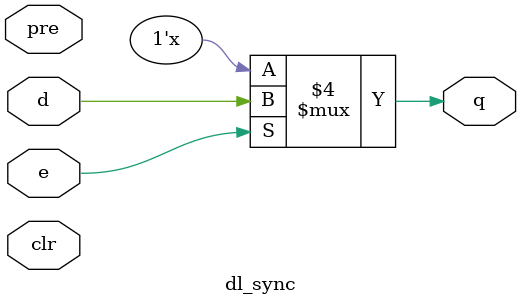
<source format=v>
module dl_sync(output reg q, input pre, clr, d, e); 
always@(d, e) begin 
if (e == 1) 
q = d; 
end 
endmodule 

</source>
